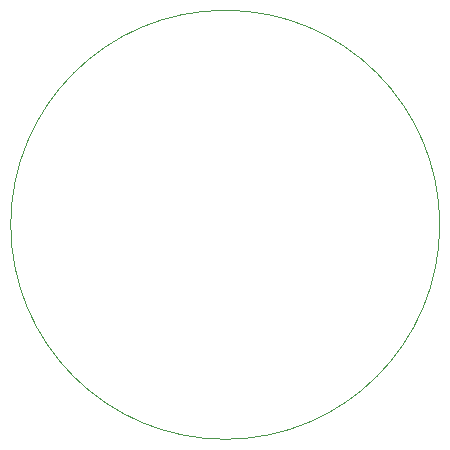
<source format=gbr>
%TF.GenerationSoftware,KiCad,Pcbnew,7.0.8*%
%TF.CreationDate,2024-09-29T17:06:50-05:00*%
%TF.ProjectId,CapacitiveLedFadeTiny,43617061-6369-4746-9976-654c65644661,rev?*%
%TF.SameCoordinates,Original*%
%TF.FileFunction,Profile,NP*%
%FSLAX46Y46*%
G04 Gerber Fmt 4.6, Leading zero omitted, Abs format (unit mm)*
G04 Created by KiCad (PCBNEW 7.0.8) date 2024-09-29 17:06:50*
%MOMM*%
%LPD*%
G01*
G04 APERTURE LIST*
%TA.AperFunction,Profile*%
%ADD10C,0.000025*%
%TD*%
G04 APERTURE END LIST*
D10*
X147193000Y-96520000D02*
G75*
G03*
X147193000Y-96520000I-18161000J0D01*
G01*
M02*

</source>
